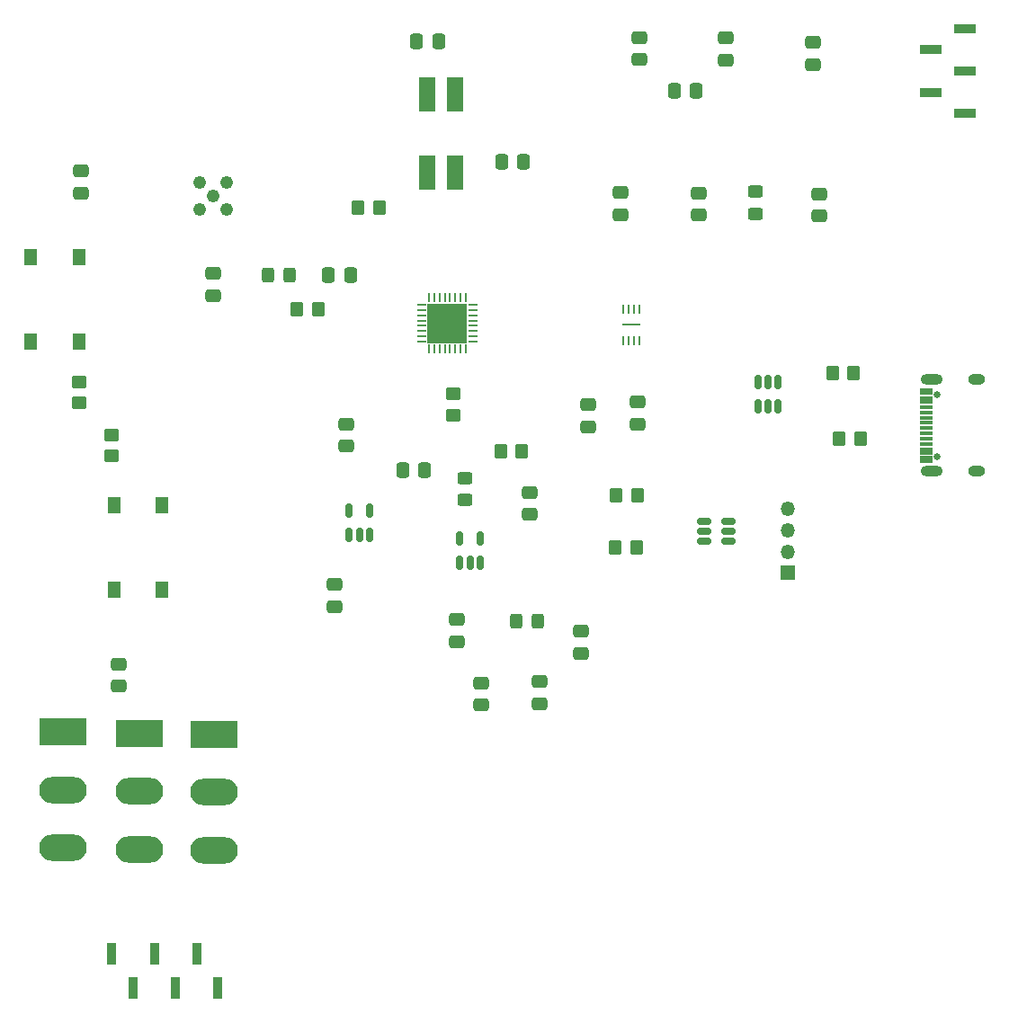
<source format=gbr>
%TF.GenerationSoftware,KiCad,Pcbnew,8.0.4*%
%TF.CreationDate,2024-11-14T20:51:11-06:00*%
%TF.ProjectId,mounted_system,6d6f756e-7465-4645-9f73-797374656d2e,rev?*%
%TF.SameCoordinates,Original*%
%TF.FileFunction,Soldermask,Top*%
%TF.FilePolarity,Negative*%
%FSLAX46Y46*%
G04 Gerber Fmt 4.6, Leading zero omitted, Abs format (unit mm)*
G04 Created by KiCad (PCBNEW 8.0.4) date 2024-11-14 20:51:11*
%MOMM*%
%LPD*%
G01*
G04 APERTURE LIST*
G04 Aperture macros list*
%AMRoundRect*
0 Rectangle with rounded corners*
0 $1 Rounding radius*
0 $2 $3 $4 $5 $6 $7 $8 $9 X,Y pos of 4 corners*
0 Add a 4 corners polygon primitive as box body*
4,1,4,$2,$3,$4,$5,$6,$7,$8,$9,$2,$3,0*
0 Add four circle primitives for the rounded corners*
1,1,$1+$1,$2,$3*
1,1,$1+$1,$4,$5*
1,1,$1+$1,$6,$7*
1,1,$1+$1,$8,$9*
0 Add four rect primitives between the rounded corners*
20,1,$1+$1,$2,$3,$4,$5,0*
20,1,$1+$1,$4,$5,$6,$7,0*
20,1,$1+$1,$6,$7,$8,$9,0*
20,1,$1+$1,$8,$9,$2,$3,0*%
G04 Aperture macros list end*
%ADD10RoundRect,0.250000X0.337500X0.475000X-0.337500X0.475000X-0.337500X-0.475000X0.337500X-0.475000X0*%
%ADD11R,1.300000X1.550000*%
%ADD12RoundRect,0.250000X0.350000X0.450000X-0.350000X0.450000X-0.350000X-0.450000X0.350000X-0.450000X0*%
%ADD13RoundRect,0.250000X-0.450000X0.325000X-0.450000X-0.325000X0.450000X-0.325000X0.450000X0.325000X0*%
%ADD14RoundRect,0.250000X-0.450000X0.350000X-0.450000X-0.350000X0.450000X-0.350000X0.450000X0.350000X0*%
%ADD15RoundRect,0.250000X0.475000X-0.337500X0.475000X0.337500X-0.475000X0.337500X-0.475000X-0.337500X0*%
%ADD16RoundRect,0.150000X-0.512500X-0.150000X0.512500X-0.150000X0.512500X0.150000X-0.512500X0.150000X0*%
%ADD17R,4.500000X2.500000*%
%ADD18O,4.500000X2.500000*%
%ADD19RoundRect,0.250000X-0.475000X0.337500X-0.475000X-0.337500X0.475000X-0.337500X0.475000X0.337500X0*%
%ADD20RoundRect,0.250000X-0.350000X-0.450000X0.350000X-0.450000X0.350000X0.450000X-0.350000X0.450000X0*%
%ADD21RoundRect,0.250000X0.325000X0.450000X-0.325000X0.450000X-0.325000X-0.450000X0.325000X-0.450000X0*%
%ADD22RoundRect,0.150000X-0.150000X0.512500X-0.150000X-0.512500X0.150000X-0.512500X0.150000X0.512500X0*%
%ADD23RoundRect,0.250000X-0.337500X-0.475000X0.337500X-0.475000X0.337500X0.475000X-0.337500X0.475000X0*%
%ADD24RoundRect,0.250000X0.450000X-0.350000X0.450000X0.350000X-0.450000X0.350000X-0.450000X-0.350000X0*%
%ADD25R,1.540000X3.300000*%
%ADD26C,1.240000*%
%ADD27RoundRect,0.150000X0.150000X-0.512500X0.150000X0.512500X-0.150000X0.512500X-0.150000X-0.512500X0*%
%ADD28R,0.900000X2.000000*%
%ADD29RoundRect,0.062500X-0.337500X-0.062500X0.337500X-0.062500X0.337500X0.062500X-0.337500X0.062500X0*%
%ADD30RoundRect,0.062500X-0.062500X-0.337500X0.062500X-0.337500X0.062500X0.337500X-0.062500X0.337500X0*%
%ADD31R,3.700000X3.700000*%
%ADD32RoundRect,0.250000X-0.325000X-0.450000X0.325000X-0.450000X0.325000X0.450000X-0.325000X0.450000X0*%
%ADD33R,1.350000X1.350000*%
%ADD34O,1.350000X1.350000*%
%ADD35R,2.000000X0.900000*%
%ADD36RoundRect,0.250000X0.450000X-0.325000X0.450000X0.325000X-0.450000X0.325000X-0.450000X-0.325000X0*%
%ADD37R,0.254000X0.812800*%
%ADD38R,1.651000X0.254000*%
%ADD39C,0.650000*%
%ADD40R,1.150000X0.300000*%
%ADD41O,2.100000X1.000000*%
%ADD42O,1.600000X1.000000*%
G04 APERTURE END LIST*
D10*
%TO.C,C6*%
X109159500Y-38184000D03*
X107084500Y-38184000D03*
%TD*%
D11*
%TO.C,SW2*%
X51018000Y-53805000D03*
X51018000Y-61765000D03*
X46518000Y-53805000D03*
X46518000Y-61765000D03*
%TD*%
D12*
%TO.C,R12*%
X124623000Y-70950000D03*
X122623000Y-70950000D03*
%TD*%
D13*
%TO.C,D2*%
X87412000Y-74644000D03*
X87412000Y-76694000D03*
%TD*%
D12*
%TO.C,R6*%
X103509000Y-81205000D03*
X101509000Y-81205000D03*
%TD*%
D14*
%TO.C,R4*%
X54138000Y-70569000D03*
X54138000Y-72569000D03*
%TD*%
D15*
%TO.C,C7*%
X111923000Y-35263000D03*
X111923000Y-33188000D03*
%TD*%
D16*
%TO.C,U3*%
X109896500Y-78731000D03*
X109896500Y-79681000D03*
X109896500Y-80631000D03*
X112171500Y-80631000D03*
X112171500Y-79681000D03*
X112171500Y-78731000D03*
%TD*%
D17*
%TO.C,Q1*%
X63754000Y-98806000D03*
D18*
X63754000Y-104256000D03*
X63754000Y-109706000D03*
%TD*%
D19*
%TO.C,C18*%
X103668000Y-67478000D03*
X103668000Y-69553000D03*
%TD*%
D15*
%TO.C,C12*%
X102032000Y-49832500D03*
X102032000Y-47757500D03*
%TD*%
D20*
%TO.C,R1*%
X71569000Y-58758000D03*
X73569000Y-58758000D03*
%TD*%
D21*
%TO.C,L3*%
X70908000Y-55526000D03*
X68858000Y-55526000D03*
%TD*%
D19*
%TO.C,C13*%
X94397000Y-93821000D03*
X94397000Y-95896000D03*
%TD*%
D15*
%TO.C,C3*%
X51217000Y-47795000D03*
X51217000Y-45720000D03*
%TD*%
%TO.C,C8*%
X109398000Y-49870000D03*
X109398000Y-47795000D03*
%TD*%
D19*
%TO.C,C2*%
X54773000Y-92159000D03*
X54773000Y-94234000D03*
%TD*%
D20*
%TO.C,R3*%
X77334000Y-49162000D03*
X79334000Y-49162000D03*
%TD*%
D12*
%TO.C,R7*%
X103636000Y-76252000D03*
X101636000Y-76252000D03*
%TD*%
D22*
%TO.C,U7*%
X116876000Y-65627000D03*
X115926000Y-65627000D03*
X114976000Y-65627000D03*
X114976000Y-67902000D03*
X115926000Y-67902000D03*
X116876000Y-67902000D03*
%TD*%
D19*
%TO.C,C11*%
X88936000Y-93948000D03*
X88936000Y-96023000D03*
%TD*%
D23*
%TO.C,C20*%
X81527000Y-73882000D03*
X83602000Y-73882000D03*
%TD*%
D15*
%TO.C,C9*%
X120178000Y-35687000D03*
X120178000Y-33612000D03*
%TD*%
D24*
%TO.C,R2*%
X86269000Y-68705000D03*
X86269000Y-66705000D03*
%TD*%
D19*
%TO.C,C14*%
X98969000Y-67732000D03*
X98969000Y-69807000D03*
%TD*%
D15*
%TO.C,C10*%
X103810000Y-35227500D03*
X103810000Y-33152500D03*
%TD*%
D23*
%TO.C,C16*%
X74530000Y-55526000D03*
X76605000Y-55526000D03*
%TD*%
D25*
%TO.C,Y1*%
X83806000Y-38494000D03*
X83806000Y-45894000D03*
X86446000Y-45894000D03*
X86446000Y-38494000D03*
%TD*%
D26*
%TO.C,J2*%
X63663000Y-48090000D03*
X64933000Y-49360000D03*
X64933000Y-46820000D03*
X62393000Y-49360000D03*
X62393000Y-46820000D03*
%TD*%
D17*
%TO.C,Q2*%
X56769000Y-98701000D03*
D18*
X56769000Y-104151000D03*
X56769000Y-109601000D03*
%TD*%
D15*
%TO.C,C5*%
X120701000Y-49959500D03*
X120701000Y-47884500D03*
%TD*%
D24*
%TO.C,R5*%
X51090000Y-67591000D03*
X51090000Y-65591000D03*
%TD*%
D20*
%TO.C,R8*%
X90746000Y-72104000D03*
X92746000Y-72104000D03*
%TD*%
D27*
%TO.C,U5*%
X86909000Y-82634000D03*
X87859000Y-82634000D03*
X88809000Y-82634000D03*
X88809000Y-80359000D03*
X86909000Y-80359000D03*
%TD*%
D28*
%TO.C,J5*%
X64135000Y-122682000D03*
X62135000Y-119482000D03*
X60135000Y-122682000D03*
X58135000Y-119482000D03*
X56135000Y-122682000D03*
X54135000Y-119482000D03*
%TD*%
D15*
%TO.C,C21*%
X93508000Y-78094500D03*
X93508000Y-76019500D03*
%TD*%
D29*
%TO.C,U1*%
X83275000Y-58315000D03*
X83275000Y-58815000D03*
X83275000Y-59315000D03*
X83275000Y-59815000D03*
X83275000Y-60315000D03*
X83275000Y-60815000D03*
X83275000Y-61315000D03*
X83275000Y-61815000D03*
D30*
X83975000Y-62515000D03*
X84475000Y-62515000D03*
X84975000Y-62515000D03*
X85475000Y-62515000D03*
X85975000Y-62515000D03*
X86475000Y-62515000D03*
X86975000Y-62515000D03*
X87475000Y-62515000D03*
D29*
X88175000Y-61815000D03*
X88175000Y-61315000D03*
X88175000Y-60815000D03*
X88175000Y-60315000D03*
X88175000Y-59815000D03*
X88175000Y-59315000D03*
X88175000Y-58815000D03*
X88175000Y-58315000D03*
D30*
X87475000Y-57615000D03*
X86975000Y-57615000D03*
X86475000Y-57615000D03*
X85975000Y-57615000D03*
X85475000Y-57615000D03*
X84975000Y-57615000D03*
X84475000Y-57615000D03*
X83975000Y-57615000D03*
D31*
X85725000Y-60065000D03*
%TD*%
D19*
%TO.C,C19*%
X63651000Y-55399000D03*
X63651000Y-57474000D03*
%TD*%
D15*
%TO.C,C22*%
X76236000Y-71639000D03*
X76236000Y-69564000D03*
%TD*%
D32*
%TO.C,L2*%
X92220000Y-88106000D03*
X94270000Y-88106000D03*
%TD*%
D33*
%TO.C,J1*%
X117765000Y-83586000D03*
D34*
X117765000Y-81586000D03*
X117765000Y-79586000D03*
X117765000Y-77586000D03*
%TD*%
D35*
%TO.C,J4*%
X134442000Y-32322000D03*
X131242000Y-34322000D03*
X134442000Y-36322000D03*
X131242000Y-38322000D03*
X134442000Y-40322000D03*
%TD*%
D36*
%TO.C,L1*%
X114732000Y-49736000D03*
X114732000Y-47686000D03*
%TD*%
D37*
%TO.C,U2*%
X103783001Y-58779400D03*
X103283000Y-58779400D03*
X102783000Y-58779400D03*
X102282999Y-58779400D03*
X102282999Y-61675000D03*
X102783000Y-61675000D03*
X103283000Y-61675000D03*
X103783001Y-61675000D03*
D38*
X103033000Y-60227200D03*
%TD*%
D19*
%TO.C,C17*%
X75093000Y-84677000D03*
X75093000Y-86752000D03*
%TD*%
D10*
%TO.C,C1*%
X84922000Y-33541000D03*
X82847000Y-33541000D03*
%TD*%
D17*
%TO.C,Q3*%
X49530000Y-98574000D03*
D18*
X49530000Y-104024000D03*
X49530000Y-109474000D03*
%TD*%
D19*
%TO.C,C15*%
X98334000Y-89079000D03*
X98334000Y-91154000D03*
%TD*%
%TO.C,C23*%
X86650000Y-87979000D03*
X86650000Y-90054000D03*
%TD*%
D11*
%TO.C,SW1*%
X54337000Y-85165000D03*
X54337000Y-77205000D03*
X58837000Y-85165000D03*
X58837000Y-77205000D03*
%TD*%
D12*
%TO.C,R13*%
X123988000Y-64727000D03*
X121988000Y-64727000D03*
%TD*%
D39*
%TO.C,J3*%
X131862000Y-72601000D03*
X131862000Y-66821000D03*
D40*
X130797000Y-73061000D03*
X130797000Y-72261000D03*
X130797000Y-70961000D03*
X130797000Y-69961000D03*
X130797000Y-69461000D03*
X130797000Y-68461000D03*
X130797000Y-67161000D03*
X130797000Y-66361000D03*
X130797000Y-66661000D03*
X130797000Y-67461000D03*
X130797000Y-67961000D03*
X130797000Y-68961000D03*
X130797000Y-70461000D03*
X130797000Y-71461000D03*
X130797000Y-71961000D03*
X130797000Y-72761000D03*
D41*
X131362000Y-74031000D03*
D42*
X135542000Y-74031000D03*
D41*
X131362000Y-65391000D03*
D42*
X135542000Y-65391000D03*
%TD*%
D23*
%TO.C,C4*%
X90848000Y-44844000D03*
X92923000Y-44844000D03*
%TD*%
D27*
%TO.C,U4*%
X76495000Y-79967000D03*
X77445000Y-79967000D03*
X78395000Y-79967000D03*
X78395000Y-77692000D03*
X76495000Y-77692000D03*
%TD*%
M02*

</source>
